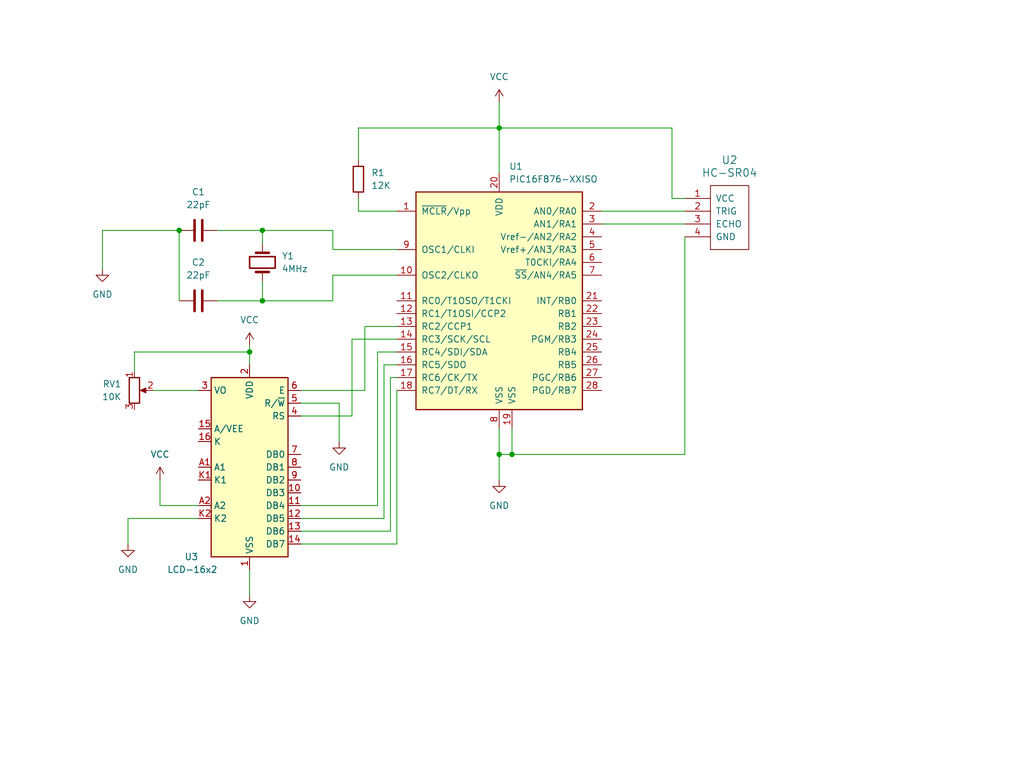
<source format=kicad_sch>
(kicad_sch (version 20230121) (generator eeschema)
  (paper "User" 203.2 152.4)
  (title_block (title "Distance - PIC16F876A with HC-SR04 and LCD16x2") (company "Ricardo Lima Caratti"))
  (lib_symbols
    (symbol "Device:C" (pin_numbers hide) (pin_names (offset 0.254))
      (property "Reference" "C" (at 0.635 2.54 0))
      (property "Value" "C" (at 0.635 -2.54 0))
      (symbol "C_0_1"
        (polyline (pts (xy -2.032 -0.762) (xy 2.032 -0.762)) (stroke (width 0.508)))
        (polyline (pts (xy -2.032 0.762) (xy 2.032 0.762)) (stroke (width 0.508)))
      )
      (symbol "C_1_1"
        (pin passive line (at 0 3.81 270) (length 2.794) (name "~") (number "1"))
        (pin passive line (at 0 -3.81 90) (length 2.794) (name "~") (number "2"))
      )
    )
    (symbol "Device:Crystal" (pin_numbers hide) (pin_names (offset 1.016) hide)
      (property "Reference" "Y" (at 0 3.81 0))
      (property "Value" "Crystal" (at 0 -3.81 0))
      (symbol "Crystal_0_1"
        (rectangle (start -1.143 2.54) (end 1.143 -2.54) (stroke (width 0.3048)))
        (polyline (pts (xy -2.54 0) (xy -1.905 0)))
        (polyline (pts (xy -1.905 -1.27) (xy -1.905 1.27)) (stroke (width 0.508)))
        (polyline (pts (xy 1.905 -1.27) (xy 1.905 1.27)) (stroke (width 0.508)))
        (polyline (pts (xy 2.54 0) (xy 1.905 0)))
      )
      (symbol "Crystal_1_1"
        (pin passive line (at -3.81 0 0) (length 1.27) (name "1") (number "1"))
        (pin passive line (at 3.81 0 180) (length 1.27) (name "2") (number "2"))
      )
    )
    (symbol "Device:R" (pin_numbers hide) (pin_names (offset 0))
      (property "Reference" "R" (at 2.032 0 90))
      (property "Value" "R" (at 0 0 90))
      (symbol "R_0_1"
        (rectangle (start -1.016 -2.54) (end 1.016 2.54) (stroke (width 0.254)))
      )
      (symbol "R_1_1"
        (pin passive line (at 0 3.81 270) (length 1.27) (name "~") (number "1"))
        (pin passive line (at 0 -3.81 90) (length 1.27) (name "~") (number "2"))
      )
    )
    (symbol "Device:R_Potentiometer" (pin_names (offset 1.016) hide)
      (property "Reference" "RV" (at -4.445 0 90))
      (property "Value" "R_Potentiometer" (at -2.54 0 90))
      (symbol "R_Potentiometer_0_1"
        (polyline (pts (xy 2.54 0) (xy 1.524 0)))
        (polyline (pts (xy 1.143 0) (xy 2.286 0.508) (xy 2.286 -0.508) (xy 1.143 0)) (fill (type outline)))
        (rectangle (start 1.016 2.54) (end -1.016 -2.54) (stroke (width 0.254)))
      )
      (symbol "R_Potentiometer_1_1"
        (pin passive line (at 0 3.81 270) (length 1.27) (name "1") (number "1"))
        (pin passive line (at 3.81 0 180) (length 1.27) (name "2") (number "2"))
        (pin passive line (at 0 -3.81 90) (length 1.27) (name "3") (number "3"))
      )
    )
    (symbol "Display_Character:LCD-016N002L"
      (property "Reference" "U" (at -6.35 18.796 0))
      (property "Value" "LCD-016N002L" (at 8.636 18.796 0))
      (symbol "LCD-016N002L_1_1"
        (rectangle (start -7.62 17.78) (end 7.62 -17.78) (stroke (width 0.254)) (fill (type background)))
        (pin power_in line (at 0 -20.32 90) (length 2.54) (name "VSS") (number "1"))
        (pin bidirectional line (at -10.16 -5.08 0) (length 2.54) (name "DB3") (number "10"))
        (pin bidirectional line (at -10.16 -7.62 0) (length 2.54) (name "DB4") (number "11"))
        (pin bidirectional line (at -10.16 -10.16 0) (length 2.54) (name "DB5") (number "12"))
        (pin bidirectional line (at -10.16 -12.7 0) (length 2.54) (name "DB6") (number "13"))
        (pin bidirectional line (at -10.16 -15.24 0) (length 2.54) (name "DB7") (number "14"))
        (pin power_in line (at 10.16 7.62 180) (length 2.54) (name "A/VEE") (number "15"))
        (pin power_in line (at 10.16 5.08 180) (length 2.54) (name "K") (number "16"))
        (pin power_in line (at 0 20.32 270) (length 2.54) (name "VDD") (number "2"))
        (pin input line (at 10.16 15.24 180) (length 2.54) (name "VO") (number "3"))
        (pin input line (at -10.16 10.16 0) (length 2.54) (name "RS") (number "4"))
        (pin input line (at -10.16 12.7 0) (length 2.54) (name "R/~{W}") (number "5"))
        (pin input line (at -10.16 15.24 0) (length 2.54) (name "E") (number "6"))
        (pin bidirectional line (at -10.16 2.54 0) (length 2.54) (name "DB0") (number "7"))
        (pin bidirectional line (at -10.16 0 0) (length 2.54) (name "DB1") (number "8"))
        (pin bidirectional line (at -10.16 -2.54 0) (length 2.54) (name "DB2") (number "9"))
        (pin power_in line (at 10.16 0 180) (length 2.54) (name "A1") (number "A1"))
        (pin power_in line (at 10.16 -7.62 180) (length 2.54) (name "A2") (number "A2"))
        (pin power_in line (at 10.16 -2.54 180) (length 2.54) (name "K1") (number "K1"))
        (pin power_in line (at 10.16 -10.16 180) (length 2.54) (name "K2") (number "K2"))
      )
    )
    (symbol "MCU_Microchip_PIC16:PIC16F876-XXISO" (pin_names (offset 1.016))
      (property "Reference" "U" (at 2.54 25.4 0))
      (property "Value" "PIC16F876-XXISO" (at 2.54 22.86 0))
      (symbol "PIC16F876-XXISO_0_1"
        (rectangle (start -16.51 21.59) (end 16.51 -21.59) (stroke (width 0.254)) (fill (type background)))
      )
      (symbol "PIC16F876-XXISO_1_1"
        (pin input line (at -20.32 17.78 0) (length 3.81) (name "~{MCLR}/Vpp") (number "1"))
        (pin output line (at -20.32 5.08 0) (length 3.81) (name "OSC2/CLKO") (number "10"))
        (pin bidirectional line (at -20.32 0 0) (length 3.81) (name "RC0/T1OSO/T1CKI") (number "11"))
        (pin bidirectional line (at -20.32 -2.54 0) (length 3.81) (name "RC1/T1OSI/CCP2") (number "12"))
        (pin bidirectional line (at -20.32 -5.08 0) (length 3.81) (name "RC2/CCP1") (number "13"))
        (pin bidirectional line (at -20.32 -7.62 0) (length 3.81) (name "RC3/SCK/SCL") (number "14"))
        (pin bidirectional line (at -20.32 -10.16 0) (length 3.81) (name "RC4/SDI/SDA") (number "15"))
        (pin bidirectional line (at -20.32 -12.7 0) (length 3.81) (name "RC5/SDO") (number "16"))
        (pin bidirectional line (at -20.32 -15.24 0) (length 3.81) (name "RC6/CK/TX") (number "17"))
        (pin bidirectional line (at -20.32 -17.78 0) (length 3.81) (name "RC7/DT/RX") (number "18"))
        (pin power_in line (at 2.54 -25.4 90) (length 3.81) (name "VSS") (number "19"))
        (pin bidirectional line (at 20.32 17.78 180) (length 3.81) (name "AN0/RA0") (number "2"))
        (pin power_in line (at 0 25.4 270) (length 3.81) (name "VDD") (number "20"))
        (pin bidirectional line (at 20.32 0 180) (length 3.81) (name "INT/RB0") (number "21"))
        (pin bidirectional line (at 20.32 -2.54 180) (length 3.81) (name "RB1") (number "22"))
        (pin bidirectional line (at 20.32 -5.08 180) (length 3.81) (name "RB2") (number "23"))
        (pin bidirectional line (at 20.32 -7.62 180) (length 3.81) (name "PGM/RB3") (number "24"))
        (pin bidirectional line (at 20.32 -10.16 180) (length 3.81) (name "RB4") (number "25"))
        (pin bidirectional line (at 20.32 -12.7 180) (length 3.81) (name "RB5") (number "26"))
        (pin bidirectional line (at 20.32 -15.24 180) (length 3.81) (name "PGC/RB6") (number "27"))
        (pin bidirectional line (at 20.32 -17.78 180) (length 3.81) (name "PGD/RB7") (number "28"))
        (pin bidirectional line (at 20.32 15.24 180) (length 3.81) (name "AN1/RA1") (number "3"))
        (pin bidirectional line (at 20.32 12.7 180) (length 3.81) (name "Vref-/AN2/RA2") (number "4"))
        (pin bidirectional line (at 20.32 10.16 180) (length 3.81) (name "Vref+/AN3/RA3") (number "5"))
        (pin bidirectional line (at 20.32 7.62 180) (length 3.81) (name "T0CKI/RA4") (number "6"))
        (pin bidirectional line (at 20.32 5.08 180) (length 3.81) (name "~{SS}/AN4/RA5") (number "7"))
        (pin power_in line (at 0 -25.4 90) (length 3.81) (name "VSS") (number "8"))
        (pin input line (at -20.32 10.16 0) (length 3.81) (name "OSC1/CLKI") (number "9"))
      )
    )
    (symbol "hc-sr04:HC-SR04" (pin_names (offset 1.016))
      (property "Reference" "U" (at -6.35 -7.62 0))
      (property "Value" "HC-SR04" (at -2.54 7.62 0))
      (symbol "HC-SR04_0_1"
        (rectangle (start 0 6.35) (end -7.62 -6.35))
      )
      (symbol "HC-SR04_1_1"
        (pin input line (at 5.08 3.81 180) (length 5.08) (name "VCC") (number "1"))
        (pin input line (at 5.08 1.27 180) (length 5.08) (name "TRIG") (number "2"))
        (pin input line (at 5.08 -1.27 180) (length 5.08) (name "ECHO") (number "3"))
        (pin input line (at 5.08 -3.81 180) (length 5.08) (name "GND") (number "4"))
      )
    )
    (symbol "power:GND" (power) (pin_names (offset 0))
      (property "Value" "GND" (at 0 -3.81 0))
      (symbol "GND_0_1"
        (polyline (pts (xy 0 0) (xy 0 -1.27) (xy 1.27 -1.27) (xy 0 -2.54) (xy -1.27 -1.27) (xy 0 -1.27)))
      )
      (symbol "GND_1_1"
        (pin power_in line (at 0 0 270) (length 0) hide (name "GND") (number "1"))
      )
    )
    (symbol "power:VCC" (power) (pin_names (offset 0))
      (property "Value" "VCC" (at 0 3.81 0))
      (symbol "VCC_0_1"
        (polyline (pts (xy -0.762 1.27) (xy 0 2.54)))
        (polyline (pts (xy 0 0) (xy 0 2.54)))
        (polyline (pts (xy 0 2.54) (xy 0.762 1.27)))
      )
      (symbol "VCC_1_1"
        (pin power_in line (at 0 0 90) (length 0) hide (name "VCC") (number "1"))
      )
    )
  )
  (junction (at 52.07 59.69))
  (junction (at 35.56 45.72))
  (junction (at 101.6 90.17))
  (junction (at 99.06 90.17))
  (junction (at 99.06 25.4))
  (junction (at 52.07 45.72))
  (junction (at 49.53 69.85))
  (wire (pts (xy 74.93 100.33) (xy 74.93 69.85)))
  (wire (pts (xy 30.48 77.47) (xy 39.37 77.47)))
  (wire (pts (xy 99.06 20.32) (xy 99.06 25.4)))
  (wire (pts (xy 31.75 95.25) (xy 31.75 100.33)))
  (wire (pts (xy 43.18 59.69) (xy 52.07 59.69)))
  (wire (pts (xy 77.47 105.41) (xy 77.47 74.93)))
  (wire (pts (xy 52.07 48.26) (xy 52.07 45.72)))
  (wire (pts (xy 20.32 53.34) (xy 20.32 45.72)))
  (wire (pts (xy 76.2 102.87) (xy 76.2 72.39)))
  (wire (pts (xy 59.69 82.55) (xy 69.85 82.55)))
  (wire (pts (xy 69.85 67.31) (xy 78.74 67.31)))
  (wire (pts (xy 71.12 41.91) (xy 78.74 41.91)))
  (wire (pts (xy 66.04 49.53) (xy 66.04 45.72)))
  (wire (pts (xy 52.07 59.69) (xy 66.04 59.69)))
  (wire (pts (xy 135.89 90.17) (xy 135.89 46.99)))
  (wire (pts (xy 59.69 107.95) (xy 78.74 107.95)))
  (wire (pts (xy 99.06 90.17) (xy 99.06 95.25)))
  (wire (pts (xy 66.04 54.61) (xy 66.04 59.69)))
  (wire (pts (xy 99.06 25.4) (xy 99.06 34.29)))
  (wire (pts (xy 71.12 31.75) (xy 71.12 25.4)))
  (wire (pts (xy 52.07 45.72) (xy 43.18 45.72)))
  (wire (pts (xy 133.35 25.4) (xy 99.06 25.4)))
  (wire (pts (xy 49.53 69.85) (xy 49.53 72.39)))
  (wire (pts (xy 26.67 73.66) (xy 26.67 69.85)))
  (wire (pts (xy 76.2 72.39) (xy 78.74 72.39)))
  (wire (pts (xy 99.06 85.09) (xy 99.06 90.17)))
  (wire (pts (xy 39.37 102.87) (xy 25.4 102.87)))
  (wire (pts (xy 74.93 69.85) (xy 78.74 69.85)))
  (wire (pts (xy 66.04 45.72) (xy 52.07 45.72)))
  (wire (pts (xy 135.89 39.37) (xy 133.35 39.37)))
  (wire (pts (xy 71.12 25.4) (xy 99.06 25.4)))
  (wire (pts (xy 59.69 102.87) (xy 76.2 102.87)))
  (wire (pts (xy 52.07 55.88) (xy 52.07 59.69)))
  (wire (pts (xy 72.39 64.77) (xy 78.74 64.77)))
  (wire (pts (xy 49.53 113.03) (xy 49.53 118.11)))
  (wire (pts (xy 59.69 100.33) (xy 74.93 100.33)))
  (wire (pts (xy 101.6 90.17) (xy 135.89 90.17)))
  (wire (pts (xy 26.67 69.85) (xy 49.53 69.85)))
  (wire (pts (xy 59.69 80.01) (xy 67.31 80.01)))
  (wire (pts (xy 119.38 44.45) (xy 135.89 44.45)))
  (wire (pts (xy 25.4 102.87) (xy 25.4 107.95)))
  (wire (pts (xy 77.47 74.93) (xy 78.74 74.93)))
  (wire (pts (xy 49.53 68.58) (xy 49.53 69.85)))
  (wire (pts (xy 99.06 90.17) (xy 101.6 90.17)))
  (wire (pts (xy 72.39 77.47) (xy 72.39 64.77)))
  (wire (pts (xy 59.69 77.47) (xy 72.39 77.47)))
  (wire (pts (xy 59.69 105.41) (xy 77.47 105.41)))
  (wire (pts (xy 78.74 54.61) (xy 66.04 54.61)))
  (wire (pts (xy 20.32 45.72) (xy 35.56 45.72)))
  (wire (pts (xy 39.37 100.33) (xy 31.75 100.33)))
  (wire (pts (xy 35.56 45.72) (xy 35.56 59.69)))
  (wire (pts (xy 119.38 41.91) (xy 135.89 41.91)))
  (wire (pts (xy 78.74 107.95) (xy 78.74 77.47)))
  (wire (pts (xy 69.85 82.55) (xy 69.85 67.31)))
  (wire (pts (xy 133.35 39.37) (xy 133.35 25.4)))
  (wire (pts (xy 67.31 80.01) (xy 67.31 87.63)))
  (wire (pts (xy 101.6 85.09) (xy 101.6 90.17)))
  (wire (pts (xy 78.74 49.53) (xy 66.04 49.53)))
  (wire (pts (xy 71.12 39.37) (xy 71.12 41.91)))
  (symbol (lib_id "power:GND") (at 67.31 87.63 0) (unit 1)
    (property "Reference" "#PWR07" (effects hide))
    (property "Value" "GND" (at 67.31 92.71 0))
  )
  (symbol (lib_id "Device:R") (at 71.12 35.56 0) (unit 1)
    (property "Reference" "R1" (at 73.66 34.29 0) (effects (justify left)))
    (property "Value" "12K" (at 73.66 36.83 0) (effects (justify left)))
  )
  (symbol (lib_id "hc-sr04:HC-SR04") (at 140.97 43.18 0) (mirror y) (unit 1)
    (property "Reference" "U2" (at 144.78 31.75 0) (effects (font (size 1.524 1.524))))
    (property "Value" "HC-SR04" (at 144.78 34.29 0) (effects (font (size 1.524 1.524))))
  )
  (symbol (lib_id "Display_Character:LCD-016N002L") (at 49.53 92.71 0) (mirror y) (unit 1)
    (property "Reference" "U3" (at 39.37 110.49 0) (effects (justify left)))
    (property "Value" "LCD-16x2" (at 43.18 113.03 0) (effects (justify left)))
    (property "Footprint" "Display:LCD-016N002L" (effects hide))
    (property "Datasheet" "http://www.vishay.com/docs/37299/37299.pdf" (effects hide))
  )
  (symbol (lib_id "power:GND") (at 20.32 53.34 0) (unit 1)
    (property "Reference" "#PWR01" (effects hide))
    (property "Value" "GND" (at 20.32 58.42 0))
  )
  (symbol (lib_id "Device:R_Potentiometer") (at 26.67 77.47 0) (unit 1)
    (property "Reference" "RV1" (at 24.13 76.2 0) (effects (justify right)))
    (property "Value" "10K" (at 24.13 78.74 0) (effects (justify right)))
  )
  (symbol (lib_id "power:GND") (at 25.4 107.95 0) (unit 1)
    (property "Reference" "#PWR05" (effects hide))
    (property "Value" "GND" (at 25.4 113.03 0))
  )
  (symbol (lib_id "Device:Crystal") (at 52.07 52.07 90) (unit 1)
    (property "Reference" "Y1" (at 55.88 50.8 90) (effects (justify right)))
    (property "Value" "4MHz" (at 55.88 53.34 90) (effects (justify right)))
  )
  (symbol (lib_id "power:GND") (at 49.53 118.11 0) (unit 1)
    (property "Reference" "#PWR08" (effects hide))
    (property "Value" "GND" (at 49.53 123.19 0))
  )
  (symbol (lib_id "power:VCC") (at 49.53 68.58 0) (unit 1)
    (property "Reference" "#PWR04" (effects hide))
    (property "Value" "VCC" (at 49.53 63.5 0))
  )
  (symbol (lib_id "Device:C") (at 39.37 45.72 90) (unit 1)
    (property "Reference" "C1" (at 39.37 38.1 90))
    (property "Value" "22pF" (at 39.37 40.64 90))
  )
  (symbol (lib_id "MCU_Microchip_PIC16:PIC16F876-XXISO") (at 99.06 59.69 0) (unit 1)
    (property "Reference" "U1" (at 101.0159 33.02 0) (effects (justify left)))
    (property "Value" "PIC16F876-XXISO" (at 101.0159 35.56 0) (effects (justify left)))
    (property "Datasheet" "http://ww1.microchip.com/downloads/en/DeviceDoc/30292C.pdf" (effects hide))
  )
  (symbol (lib_id "power:GND") (at 99.06 95.25 0) (unit 1)
    (property "Reference" "#PWR03" (effects hide))
    (property "Value" "GND" (at 99.06 100.33 0))
  )
  (symbol (lib_id "Device:C") (at 39.37 59.69 90) (unit 1)
    (property "Reference" "C2" (at 39.37 52.07 90))
    (property "Value" "22pF" (at 39.37 54.61 90))
  )
  (symbol (lib_id "power:VCC") (at 99.06 20.32 0) (unit 1)
    (property "Reference" "#PWR02" (effects hide))
    (property "Value" "VCC" (at 99.06 15.24 0))
  )
  (symbol (lib_id "power:VCC") (at 31.75 95.25 0) (unit 1)
    (property "Reference" "#PWR06" (effects hide))
    (property "Value" "VCC" (at 31.75 90.17 0))
  )
)
</source>
